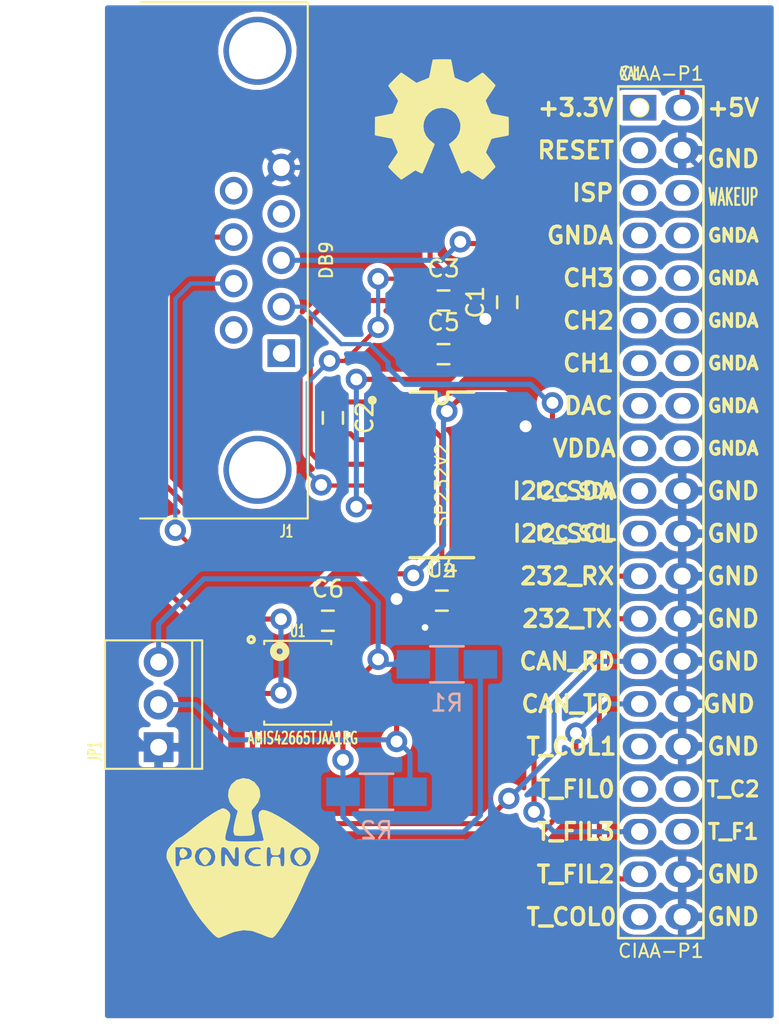
<source format=kicad_pcb>
(kicad_pcb (version 4) (host pcbnew 4.0.0-rc1-stable)
  (layers (0 F.Cu signal) (31 B.Cu signal) (34 B.Paste user) (35 F.Paste user) (36 B.SilkS user) (37 F.SilkS user) (38 B.Mask user) (39 F.Mask user) (44 Edge.Cuts user))
  (net 0 "")
  (net 1 GND)
  (net 2 +5V)
  (net 3 "Net-(C2-Pad1)")
  (net 4 "Net-(C2-Pad2)")
  (net 5 "Net-(C3-Pad1)")
  (net 6 "Net-(C3-Pad2)")
  (net 7 "Net-(C4-Pad2)")
  (net 8 "Net-(C5-Pad2)")
  (net 9 "Net-(C6-Pad1)")
  (net 10 "Net-(J1-Pad2)")
  (net 11 "Net-(J1-Pad3)")
  (net 12 "Net-(J1-Pad7)")
  (net 13 "Net-(J1-Pad8)")
  (net 14 "Net-(JP1-Pad2)")
  (net 15 "Net-(JP1-Pad3)")
  (net 16 "Net-(R1-Pad2)")
  (net 17 "/conector y can/CAN_TX")
  (net 18 "/conector y can/CAN_RX")
  (net 19 "/conector y can/RTS")
  (net 20 "/conector y can/CST")
  (net 21 "/conector y can/RXD")
  (net 22 "/conector y can/TXD")
  (module ej2:C_0603_HandSoldering (layer F.Cu) (at 152.1 99.4 90)
    (fp_text reference C1 (at 0 -1.9 90) (layer F.SilkS))
    (fp_text value 100nF)
    (pad 1 smd rect (at -0.95 0 90) (size 1.2 0.75) (layers F.Cu F.Paste F.Mask) (net 1 GND))
    (pad 2 smd rect (at 0.95 0 90) (size 1.2 0.75) (layers F.Cu F.Paste F.Mask) (net 2 +5V))
  )
  (module ej2:C_0603_HandSoldering (layer F.Cu) (at 141.7 106.3 270)
    (fp_text reference C2 (at 0 -1.9 270) (layer F.SilkS))
    (fp_text value 100nF)
    (pad 1 smd rect (at -0.95 0 270) (size 1.2 0.75) (layers F.Cu F.Paste F.Mask) (net 3 "Net-(C2-Pad1)"))
    (pad 2 smd rect (at 0.95 0 270) (size 1.2 0.75) (layers F.Cu F.Paste F.Mask) (net 4 "Net-(C2-Pad2)"))
  )
  (module ej2:C_0603_HandSoldering (layer F.Cu) (at 148.3 99.3)
    (fp_text reference C3 (at 0 -1.9) (layer F.SilkS))
    (fp_text value 100nF)
    (pad 1 smd rect (at -0.95 0) (size 1.2 0.75) (layers F.Cu F.Paste F.Mask) (net 5 "Net-(C3-Pad1)"))
    (pad 2 smd rect (at 0.95 0) (size 1.2 0.75) (layers F.Cu F.Paste F.Mask) (net 6 "Net-(C3-Pad2)"))
  )
  (module ej2:C_0603_HandSoldering (layer F.Cu) (at 148.2 117.2)
    (fp_text reference C4 (at 0 -1.9) (layer F.SilkS))
    (fp_text value 100nF)
    (pad 1 smd rect (at -0.95 0) (size 1.2 0.75) (layers F.Cu F.Paste F.Mask) (net 1 GND))
    (pad 2 smd rect (at 0.95 0) (size 1.2 0.75) (layers F.Cu F.Paste F.Mask) (net 7 "Net-(C4-Pad2)"))
  )
  (module ej2:C_0603_HandSoldering (layer F.Cu) (at 148.3 102.5)
    (fp_text reference C5 (at 0 -1.9) (layer F.SilkS))
    (fp_text value 100nF)
    (pad 1 smd rect (at -0.95 0) (size 1.2 0.75) (layers F.Cu F.Paste F.Mask) (net 1 GND))
    (pad 2 smd rect (at 0.95 0) (size 1.2 0.75) (layers F.Cu F.Paste F.Mask) (net 8 "Net-(C5-Pad2)"))
  )
  (module ej2:C_0603_HandSoldering (layer F.Cu) (at 141.4 118.4)
    (fp_text reference C6 (at 0 -1.9) (layer F.SilkS))
    (fp_text value 100nF)
    (pad 1 smd rect (at -0.95 0) (size 1.2 0.75) (layers F.Cu F.Paste F.Mask) (net 9 "Net-(C6-Pad1)"))
    (pad 2 smd rect (at 0.95 0) (size 1.2 0.75) (layers F.Cu F.Paste F.Mask) (net 1 GND))
  )
  (module ej2:DB9_F_TH (layer F.Cu) (at 137.2 96.9 90)
    (fp_text reference J1 (at -16.165 1.735 180) (layer F.SilkS) (effects (font (size 0.7112 0.4572) (thickness 0.1143))))
    (fp_text value DB9 (at 0 4.1 90) (layer F.SilkS) (effects (font (size 0.762 0.762) (thickness 0.127))))
    (pad 1 thru_hole rect (at -5.5372 1.4224 90) (size 1.651 1.651) (drill 1.016) (layers *.Cu *.Mask))
    (pad 2 thru_hole circle (at -2.7686 1.4224 90) (size 1.651 1.651) (drill 1.016) (layers *.Cu *.Mask) (net 10 "Net-(J1-Pad2)"))
    (pad 3 thru_hole circle (at 0 1.4224 90) (size 1.651 1.651) (drill 1.016) (layers *.Cu *.Mask) (net 11 "Net-(J1-Pad3)"))
    (pad 4 thru_hole circle (at 2.7686 1.4224 90) (size 1.651 1.651) (drill 1.016) (layers *.Cu *.Mask))
    (pad 5 thru_hole circle (at 5.5372 1.4224 90) (size 1.651 1.651) (drill 1.016) (layers *.Cu *.Mask) (net 1 GND))
    (pad 6 thru_hole circle (at -4.1529 -1.4224 90) (size 1.651 1.651) (drill 1.016) (layers *.Cu *.Mask))
    (pad 7 thru_hole circle (at -1.3843 -1.4224 90) (size 1.651 1.651) (drill 1.016) (layers *.Cu *.Mask) (net 12 "Net-(J1-Pad7)"))
    (pad 8 thru_hole circle (at 1.3843 -1.4224 90) (size 1.651 1.651) (drill 1.016) (layers *.Cu *.Mask) (net 13 "Net-(J1-Pad8)"))
    (pad 9 thru_hole circle (at 4.1529 -1.4224 90) (size 1.651 1.651) (drill 1.016) (layers *.Cu *.Mask))
    (pad 10 thru_hole circle (at -12.4968 0 90) (size 4.064 4.064) (drill 3.4) (layers *.Cu *.Mask))
    (pad 11 thru_hole circle (at 12.4968 0 90) (size 4.064 4.064) (drill 3.4) (layers *.Cu *.Mask))
  )
  (module ej2:CON_PALETA_3 (layer F.Cu) (at 131.3 123.4 90)
    (fp_text reference JP1 (at -2.8 -3.8 90) (layer F.SilkS) (effects (font (size 0.762 0.4572) (thickness 0.127))))
    (fp_text value CAN)
    (pad 1 thru_hole rect (at -2.54 0 90) (size 1.778 1.778) (drill 1) (layers *.Cu *.Mask) (net 1 GND))
    (pad 2 thru_hole circle (at 0 0 90) (size 1.778 1.778) (drill 1) (layers *.Cu *.Mask) (net 14 "Net-(JP1-Pad2)"))
    (pad 3 thru_hole circle (at 2.54 0 90) (size 1.778 1.778) (drill 1) (layers *.Cu *.Mask) (net 15 "Net-(JP1-Pad3)"))
  )
  (module ej2:R_1206_HandSoldering (layer B.Cu) (at 148.5 121)
    (fp_text reference R1 (at 0 2.3) (layer B.SilkS) (effects (justify mirror)))
    (fp_text value 60)
    (pad 1 smd rect (at -2 0) (size 2 1.7) (layers B.Cu B.Paste B.Mask) (net 15 "Net-(JP1-Pad3)"))
    (pad 2 smd rect (at 2 0) (size 2 1.7) (layers B.Cu B.Paste B.Mask) (net 16 "Net-(R1-Pad2)"))
  )
  (module ej2:R_1206_HandSoldering (layer B.Cu) (at 144.3 128.6)
    (fp_text reference R2 (at 0 2.3) (layer B.SilkS) (effects (justify mirror)))
    (fp_text value 60)
    (pad 1 smd rect (at -2 0) (size 2 1.7) (layers B.Cu B.Paste B.Mask) (net 16 "Net-(R1-Pad2)"))
    (pad 2 smd rect (at 2 0) (size 2 1.7) (layers B.Cu B.Paste B.Mask) (net 14 "Net-(JP1-Pad2)"))
  )
  (module ej2:SOIC-8 (layer F.Cu) (at 139.6 122.1)
    (fp_text reference U1 (at 0 -3.1) (layer F.SilkS) (effects (font (size 0.7112 0.4572) (thickness 0.1143))))
    (fp_text value AMIS42665TJAA1RG (at 0.3 3.3) (layer F.SilkS) (effects (font (size 0.7112 0.4572) (thickness 0.1143))))
    (pad 1 smd rect (at -2.7 -1.905 270) (size 0.6 1.52) (layers F.Cu F.Paste F.Mask) (net 17 "/conector y can/CAN_TX"))
    (pad 2 smd rect (at -2.7 -0.635 270) (size 0.6 1.52) (layers F.Cu F.Paste F.Mask) (net 1 GND))
    (pad 3 smd rect (at -2.7 0.635 270) (size 0.6 1.52) (layers F.Cu F.Paste F.Mask) (net 2 +5V))
    (pad 4 smd rect (at -2.7 1.905 270) (size 0.6 1.52) (layers F.Cu F.Paste F.Mask) (net 18 "/conector y can/CAN_RX"))
    (pad 5 smd rect (at 2.7 1.905 270) (size 0.6 1.52) (layers F.Cu F.Paste F.Mask) (net 16 "Net-(R1-Pad2)"))
    (pad 6 smd rect (at 2.7 0.635 270) (size 0.6 1.52) (layers F.Cu F.Paste F.Mask) (net 14 "Net-(JP1-Pad2)"))
    (pad 7 smd rect (at 2.7 -0.635 270) (size 0.6 1.52) (layers F.Cu F.Paste F.Mask) (net 15 "Net-(JP1-Pad3)"))
    (pad 8 smd rect (at 2.7 -1.905 270) (size 0.6 1.52) (layers F.Cu F.Paste F.Mask) (net 1 GND))
  )
  (module ej2:SP3232ECN-SOIC16N (layer F.Cu) (at 148.2 109.7 270)
    (fp_text reference U2 (at 5.715 0 360) (layer F.SilkS) (effects (font (size 0.762 0.762) (thickness 0.1143))))
    (fp_text value SP232V2 (at 0.635 0 270) (layer F.SilkS) (effects (font (size 0.762 0.762) (thickness 0.1143))))
    (pad 1 smd rect (at -4.445 2.59842 270) (size 0.59944 2.19964) (layers F.Cu F.Paste F.Mask) (net 3 "Net-(C2-Pad1)"))
    (pad 2 smd rect (at -3.175 2.59842 270) (size 0.59944 2.19964) (layers F.Cu F.Paste F.Mask) (net 7 "Net-(C4-Pad2)"))
    (pad 3 smd rect (at -1.905 2.59842 270) (size 0.59944 2.19964) (layers F.Cu F.Paste F.Mask) (net 4 "Net-(C2-Pad2)"))
    (pad 4 smd rect (at -0.635 2.59842 270) (size 0.59944 2.19964) (layers F.Cu F.Paste F.Mask) (net 5 "Net-(C3-Pad1)"))
    (pad 5 smd rect (at 0.635 2.59842 270) (size 0.59944 2.19964) (layers F.Cu F.Paste F.Mask) (net 6 "Net-(C3-Pad2)"))
    (pad 6 smd rect (at 1.905 2.59842 270) (size 0.59944 2.19964) (layers F.Cu F.Paste F.Mask) (net 8 "Net-(C5-Pad2)"))
    (pad 7 smd rect (at 3.175 2.59842 270) (size 0.59944 2.19964) (layers F.Cu F.Paste F.Mask) (net 13 "Net-(J1-Pad8)"))
    (pad 8 smd rect (at 4.445 2.59842 270) (size 0.59944 2.19964) (layers F.Cu F.Paste F.Mask) (net 12 "Net-(J1-Pad7)"))
    (pad 9 smd rect (at 4.445 -2.59842 270) (size 0.59944 2.19964) (layers F.Cu F.Paste F.Mask) (net 19 "/conector y can/RTS"))
    (pad 10 smd rect (at 3.175 -2.59842 270) (size 0.59944 2.19964) (layers F.Cu F.Paste F.Mask) (net 20 "/conector y can/CST"))
    (pad 11 smd rect (at 1.905 -2.59842 270) (size 0.59944 2.19964) (layers F.Cu F.Paste F.Mask) (net 21 "/conector y can/RXD"))
    (pad 12 smd rect (at 0.635 -2.59842 270) (size 0.59944 2.19964) (layers F.Cu F.Paste F.Mask) (net 22 "/conector y can/TXD"))
    (pad 13 smd rect (at -0.635 -2.59842 270) (size 0.59944 2.19964) (layers F.Cu F.Paste F.Mask) (net 11 "Net-(J1-Pad3)"))
    (pad 14 smd rect (at -1.905 -2.59842 270) (size 0.59944 2.19964) (layers F.Cu F.Paste F.Mask) (net 10 "Net-(J1-Pad2)"))
    (pad 15 smd rect (at -3.175 -2.59842 270) (size 0.59944 2.19964) (layers F.Cu F.Paste F.Mask) (net 1 GND))
    (pad 16 smd rect (at -4.445 -2.59842 270) (size 0.59944 2.19964) (layers F.Cu F.Paste F.Mask) (net 9 "Net-(C6-Pad1)"))
  )
  (module ej2:Conn_Poncho_Derecha (layer F.Cu) (at 160 87.8)
    (fp_text reference XA1 (at -0.508 -2.032) (layer F.SilkS) (effects (font (size 0.7112 0.4572) (thickness 0.1143))))
    (fp_text value "" hide)
    (fp_text user GND (at 5.588 48.26) (layer F.SilkS) (effects (font (thickness 0.2))))
    (fp_text user GND (at 5.588 45.72) (layer F.SilkS) (effects (font (thickness 0.2))))
    (fp_text user T_F1 (at 5.588 43.18) (layer F.SilkS) (effects (font (size 0.9 0.9) (thickness 0.18))))
    (fp_text user T_C2 (at 5.588 40.64) (layer F.SilkS) (effects (font (size 0.9 0.9) (thickness 0.18))))
    (fp_text user GND (at 5.588 38.1) (layer F.SilkS) (effects (font (thickness 0.2))))
    (fp_text user GND (at 5.334 35.56) (layer F.SilkS) (effects (font (thickness 0.2))))
    (fp_text user GND (at 5.588 33.02) (layer F.SilkS) (effects (font (thickness 0.2))))
    (fp_text user GND (at 5.588 30.48) (layer F.SilkS) (effects (font (thickness 0.2))))
    (fp_text user GND (at 5.588 27.94) (layer F.SilkS) (effects (font (thickness 0.2))))
    (fp_text user GND (at 5.588 25.4) (layer F.SilkS) (effects (font (thickness 0.2))))
    (fp_text user GND (at 5.588 22.86) (layer F.SilkS) (effects (font (thickness 0.2))))
    (fp_text user GNDA (at 5.588 20.32) (layer F.SilkS) (effects (font (size 0.76 0.76) (thickness 0.19))))
    (fp_text user GNDA (at 5.588 17.78) (layer F.SilkS) (effects (font (size 0.76 0.76) (thickness 0.19))))
    (fp_text user GNDA (at 5.588 15.24) (layer F.SilkS) (effects (font (size 0.76 0.76) (thickness 0.19))))
    (fp_text user GNDA (at 5.588 12.7) (layer F.SilkS) (effects (font (size 0.76 0.76) (thickness 0.19))))
    (fp_text user GNDA (at 5.588 10.16) (layer F.SilkS) (effects (font (size 0.76 0.76) (thickness 0.19))))
    (fp_text user GNDA (at 5.588 7.62) (layer F.SilkS) (effects (font (size 0.76 0.76) (thickness 0.19))))
    (fp_text user WAKEUP (at 5.588 5.334) (layer F.SilkS) (effects (font (size 1 0.5) (thickness 0.125))))
    (fp_text user GND (at 5.588 3.048) (layer F.SilkS) (effects (font (thickness 0.2))))
    (fp_text user +5V (at 5.588 0) (layer F.SilkS) (effects (font (thickness 0.2))))
    (fp_text user T_COL0 (at -4.064 48.26) (layer F.SilkS) (effects (font (thickness 0.2))))
    (fp_text user T_FIL2 (at -3.81 45.72) (layer F.SilkS) (effects (font (thickness 0.2))))
    (fp_text user T_FIL3 (at -3.81 43.18) (layer F.SilkS) (effects (font (thickness 0.2))))
    (fp_text user T_FIL0 (at -3.81 40.64) (layer F.SilkS) (effects (font (thickness 0.2))))
    (fp_text user T_COL1 (at -4.064 38.1) (layer F.SilkS) (effects (font (thickness 0.2))))
    (fp_text user CAN_TD (at -4.318 35.56) (layer F.SilkS) (effects (font (thickness 0.2))))
    (fp_text user CAN_RD (at -4.318 33.02) (layer F.SilkS) (effects (font (thickness 0.2))))
    (fp_text user 232_TX (at -4.318 30.48) (layer F.SilkS) (effects (font (thickness 0.2))))
    (fp_text user 232_RX (at -4.318 27.94) (layer F.SilkS) (effects (font (thickness 0.2))))
    (fp_text user I2C_SCL (at -3.81 25.4) (layer F.SilkS) (effects (font (size 0.8 0.8) (thickness 0.2))))
    (fp_text user I2C_SDA (at -3.81 22.86) (layer F.SilkS) (effects (font (size 0.8 0.8) (thickness 0.2))))
    (fp_text user VDDA (at -3.302 20.32) (layer F.SilkS) (effects (font (thickness 0.2))))
    (fp_text user DAC (at -3.048 17.78) (layer F.SilkS) (effects (font (thickness 0.2))))
    (fp_text user CH1 (at -3.048 15.24) (layer F.SilkS) (effects (font (thickness 0.2))))
    (fp_text user CH2 (at -3.048 12.7) (layer F.SilkS) (effects (font (thickness 0.2))))
    (fp_text user CH3 (at -3.048 10.16) (layer F.SilkS) (effects (font (thickness 0.2))))
    (fp_text user GNDA (at -3.556 7.62) (layer F.SilkS) (effects (font (thickness 0.2))))
    (fp_text user ISP (at -2.794 5.08) (layer F.SilkS) (effects (font (thickness 0.2))))
    (fp_text user RESET (at -3.81 2.54) (layer F.SilkS) (effects (font (thickness 0.2))))
    (fp_text user CIAA-P1 (at 1.27 50.292) (layer F.SilkS) (effects (font (size 0.8 0.8) (thickness 0.12))))
    (fp_text user +3.3V (at -3.81 0) (layer F.SilkS) (effects (font (thickness 0.2))))
    (pad 1 thru_hole rect (at 0 0 270) (size 1.524 2) (drill 1.016) (layers *.Cu *.Mask))
    (pad 2 thru_hole oval (at 2.54 0 270) (size 1.524 2) (drill 1.016) (layers *.Cu *.Mask) (net 2 +5V))
    (pad 11 thru_hole oval (at 0 12.7 270) (size 1.524 2) (drill 1.016) (layers *.Cu *.Mask))
    (pad 4 thru_hole oval (at 2.54 2.54 270) (size 1.524 2) (drill 1.016) (layers *.Cu *.Mask) (net 1 GND))
    (pad 13 thru_hole oval (at 0 15.24 270) (size 1.524 2) (drill 1.016) (layers *.Cu *.Mask))
    (pad 6 thru_hole oval (at 2.54 5.08 270) (size 1.524 2) (drill 1.016) (layers *.Cu *.Mask))
    (pad 15 thru_hole oval (at 0 17.78 270) (size 1.524 2) (drill 1.016) (layers *.Cu *.Mask))
    (pad 8 thru_hole oval (at 2.54 7.62 270) (size 1.524 2) (drill 1.016) (layers *.Cu *.Mask))
    (pad 17 thru_hole oval (at 0 20.32 270) (size 1.524 2) (drill 1.016) (layers *.Cu *.Mask))
    (pad 10 thru_hole oval (at 2.54 10.16 270) (size 1.524 2) (drill 1.016) (layers *.Cu *.Mask))
    (pad 19 thru_hole oval (at 0 22.86 270) (size 1.524 2) (drill 1.016) (layers *.Cu *.Mask))
    (pad 12 thru_hole oval (at 2.54 12.7 270) (size 1.524 2) (drill 1.016) (layers *.Cu *.Mask))
    (pad 21 thru_hole oval (at 0 25.4 270) (size 1.524 2) (drill 1.016) (layers *.Cu *.Mask))
    (pad 14 thru_hole oval (at 2.54 15.24 270) (size 1.524 2) (drill 1.016) (layers *.Cu *.Mask))
    (pad 23 thru_hole oval (at 0 27.94 270) (size 1.524 2) (drill 1.016) (layers *.Cu *.Mask) (net 22 "/conector y can/TXD"))
    (pad 16 thru_hole oval (at 2.54 17.78 270) (size 1.524 2) (drill 1.016) (layers *.Cu *.Mask))
    (pad 25 thru_hole oval (at 0 30.48 270) (size 1.524 2) (drill 1.016) (layers *.Cu *.Mask) (net 21 "/conector y can/RXD"))
    (pad 18 thru_hole oval (at 2.54 20.32 270) (size 1.524 2) (drill 1.016) (layers *.Cu *.Mask))
    (pad 27 thru_hole oval (at 0 33.02 270) (size 1.524 2) (drill 1.016) (layers *.Cu *.Mask) (net 18 "/conector y can/CAN_RX"))
    (pad 20 thru_hole oval (at 2.54 22.86 270) (size 1.524 2) (drill 1.016) (layers *.Cu *.Mask) (net 1 GND))
    (pad 29 thru_hole oval (at 0 35.56 270) (size 1.524 2) (drill 1.016) (layers *.Cu *.Mask) (net 17 "/conector y can/CAN_TX"))
    (pad 22 thru_hole oval (at 2.54 25.4 270) (size 1.524 2) (drill 1.016) (layers *.Cu *.Mask) (net 1 GND))
    (pad 31 thru_hole oval (at 0 38.1 270) (size 1.524 2) (drill 1.016) (layers *.Cu *.Mask))
    (pad 24 thru_hole oval (at 2.54 27.94 270) (size 1.524 2) (drill 1.016) (layers *.Cu *.Mask) (net 1 GND))
    (pad 26 thru_hole oval (at 2.54 30.48 270) (size 1.524 2) (drill 1.016) (layers *.Cu *.Mask) (net 1 GND))
    (pad 33 thru_hole oval (at 0 40.64 270) (size 1.524 2) (drill 1.016) (layers *.Cu *.Mask))
    (pad 28 thru_hole oval (at 2.54 33.02 270) (size 1.524 2) (drill 1.016) (layers *.Cu *.Mask) (net 1 GND))
    (pad 32 thru_hole oval (at 2.54 38.1 270) (size 1.524 2) (drill 1.016) (layers *.Cu *.Mask) (net 1 GND))
    (pad 34 thru_hole oval (at 2.54 40.64 270) (size 1.524 2) (drill 1.016) (layers *.Cu *.Mask))
    (pad 36 thru_hole oval (at 2.54 43.18 270) (size 1.524 2) (drill 1.016) (layers *.Cu *.Mask))
    (pad 38 thru_hole oval (at 2.54 45.72 270) (size 1.524 2) (drill 1.016) (layers *.Cu *.Mask) (net 1 GND))
    (pad 35 thru_hole oval (at 0 43.18 270) (size 1.524 2) (drill 1.016) (layers *.Cu *.Mask) (net 19 "/conector y can/RTS"))
    (pad 37 thru_hole oval (at 0 45.72 270) (size 1.524 2) (drill 1.016) (layers *.Cu *.Mask) (net 20 "/conector y can/CST"))
    (pad 3 thru_hole oval (at 0 2.54 270) (size 1.524 2) (drill 1.016) (layers *.Cu *.Mask))
    (pad 5 thru_hole oval (at 0 5.08 270) (size 1.524 2) (drill 1.016) (layers *.Cu *.Mask))
    (pad 7 thru_hole oval (at 0 7.62 270) (size 1.524 2) (drill 1.016) (layers *.Cu *.Mask))
    (pad 9 thru_hole oval (at 0 10.16 270) (size 1.524 2) (drill 1.016) (layers *.Cu *.Mask))
    (pad 39 thru_hole oval (at 0 48.26 270) (size 1.524 2) (drill 1.016) (layers *.Cu *.Mask))
    (pad 40 thru_hole oval (at 2.54 48.26 270) (size 1.524 2) (drill 1.016) (layers *.Cu *.Mask) (net 1 GND))
    (pad 30 thru_hole oval (at 2.54 35.56 270) (size 1.524 2) (drill 1.016) (layers *.Cu *.Mask) (net 1 GND))
  )
  (module ej2:Plantilla_Poncho_Derecha (layer F.Cu) (at 160 87.8)
    (fp_text reference XA? hide)
    (fp_text value "" hide)
    (fp_text user GND (at 5.588 48.26) (layer F.SilkS) (effects (font (thickness 0.2))))
    (fp_text user GND (at 5.588 45.72) (layer F.SilkS) (effects (font (thickness 0.2))))
    (fp_text user T_F1 (at 5.588 43.18) (layer F.SilkS) (effects (font (size 0.9 0.9) (thickness 0.18))))
    (fp_text user T_C2 (at 5.588 40.64) (layer F.SilkS) (effects (font (size 0.9 0.9) (thickness 0.18))))
    (fp_text user GND (at 5.588 38.1) (layer F.SilkS) (effects (font (thickness 0.2))))
    (fp_text user GND (at 5.334 35.56) (layer F.SilkS) (effects (font (thickness 0.2))))
    (fp_text user GND (at 5.588 33.02) (layer F.SilkS) (effects (font (thickness 0.2))))
    (fp_text user GND (at 5.588 30.48) (layer F.SilkS) (effects (font (thickness 0.2))))
    (fp_text user GND (at 5.588 27.94) (layer F.SilkS) (effects (font (thickness 0.2))))
    (fp_text user GND (at 5.588 25.4) (layer F.SilkS) (effects (font (thickness 0.2))))
    (fp_text user GND (at 5.588 22.86) (layer F.SilkS) (effects (font (thickness 0.2))))
    (fp_text user GNDA (at 5.588 20.32) (layer F.SilkS) (effects (font (size 0.76 0.76) (thickness 0.19))))
    (fp_text user GNDA (at 5.588 17.78) (layer F.SilkS) (effects (font (size 0.76 0.76) (thickness 0.19))))
    (fp_text user GNDA (at 5.588 15.24) (layer F.SilkS) (effects (font (size 0.76 0.76) (thickness 0.19))))
    (fp_text user GNDA (at 5.588 12.7) (layer F.SilkS) (effects (font (size 0.76 0.76) (thickness 0.19))))
    (fp_text user GNDA (at 5.588 10.16) (layer F.SilkS) (effects (font (size 0.76 0.76) (thickness 0.19))))
    (fp_text user GNDA (at 5.588 7.62) (layer F.SilkS) (effects (font (size 0.76 0.76) (thickness 0.19))))
    (fp_text user WAKEUP (at 5.588 5.334) (layer F.SilkS) (effects (font (size 1 0.5) (thickness 0.125))))
    (fp_text user GND (at 5.588 3.048) (layer F.SilkS) (effects (font (thickness 0.2))))
    (fp_text user +5V (at 5.588 0) (layer F.SilkS) (effects (font (thickness 0.2))))
    (fp_text user T_COL0 (at -4.064 48.26) (layer F.SilkS) (effects (font (thickness 0.2))))
    (fp_text user T_FIL2 (at -3.81 45.72) (layer F.SilkS) (effects (font (thickness 0.2))))
    (fp_text user T_FIL3 (at -3.81 43.18) (layer F.SilkS) (effects (font (thickness 0.2))))
    (fp_text user T_FIL0 (at -3.81 40.64) (layer F.SilkS) (effects (font (thickness 0.2))))
    (fp_text user T_COL1 (at -4.064 38.1) (layer F.SilkS) (effects (font (thickness 0.2))))
    (fp_text user CAN_TD (at -4.318 35.56) (layer F.SilkS) (effects (font (thickness 0.2))))
    (fp_text user CAN_RD (at -4.318 33.02) (layer F.SilkS) (effects (font (thickness 0.2))))
    (fp_text user 232_TX (at -4.318 30.48) (layer F.SilkS) (effects (font (thickness 0.2))))
    (fp_text user 232_RX (at -4.318 27.94) (layer F.SilkS) (effects (font (thickness 0.2))))
    (fp_text user I2C_SCL (at -4.572 25.4) (layer F.SilkS) (effects (font (thickness 0.2))))
    (fp_text user I2C_SDA (at -4.572 22.86) (layer F.SilkS) (effects (font (thickness 0.2))))
    (fp_text user VDDA (at -3.302 20.32) (layer F.SilkS) (effects (font (thickness 0.2))))
    (fp_text user DAC (at -3.048 17.78) (layer F.SilkS) (effects (font (thickness 0.2))))
    (fp_text user CH1 (at -3.048 15.24) (layer F.SilkS) (effects (font (thickness 0.2))))
    (fp_text user CH2 (at -3.048 12.7) (layer F.SilkS) (effects (font (thickness 0.2))))
    (fp_text user CH3 (at -3.048 10.16) (layer F.SilkS) (effects (font (thickness 0.2))))
    (fp_text user GNDA (at -3.556 7.62) (layer F.SilkS) (effects (font (thickness 0.2))))
    (fp_text user ISP (at -2.794 5.08) (layer F.SilkS) (effects (font (thickness 0.2))))
    (fp_text user RESET (at -3.81 2.54) (layer F.SilkS) (effects (font (thickness 0.2))))
    (fp_text user CIAA-P1 (at 1.27 -2.032) (layer F.SilkS) (effects (font (size 0.8 0.8) (thickness 0.12))))
    (fp_text user +3.3V (at -3.81 0) (layer F.SilkS) (effects (font (thickness 0.2))))
  )
  (module ej2:Logo_Poncho (layer F.Cu) (at 136.3 132.6)
    (fp_text reference "" hide)
    (fp_text value "INDUSTRIA ARGENTINA" hide)
  )
  (module ej2:Logo_OSHWA (layer F.Cu) (at 148.2 88.5)
    (fp_text reference G101 hide)
    (fp_text value Logo_OSHWA hide)
  )
  (segment (start 143.3 86.6) (end 143.3 85.7) (width 0.3048) (layer B.Cu) (net 1))
  (segment (start 163.6 84.1) (end 165.9 86.4) (width 0.3048) (layer B.Cu) (net 1))
  (segment (start 144.9 84.1) (end 163.6 84.1) (width 0.3048) (layer B.Cu) (net 1))
  (segment (start 143.3 85.7) (end 144.9 84.1) (width 0.3048) (layer B.Cu) (net 1))
  (segment (start 162.54 133.52) (end 164.270398 133.52) (width 0.3048) (layer B.Cu) (net 1))
  (segment (start 164.3 125.9) (end 162.54 125.9) (width 0.3048) (layer B.Cu) (net 1))
  (segment (start 165 126.6) (end 164.3 125.9) (width 0.3048) (layer B.Cu) (net 1))
  (segment (start 165 132.790398) (end 165 126.6) (width 0.3048) (layer B.Cu) (net 1))
  (segment (start 164.270398 133.52) (end 165 132.790398) (width 0.3048) (layer B.Cu) (net 1))
  (via (at 153.2 106.8) (size 1.27) (drill 0.7112) (layers F.Cu B.Cu) (net 1))
  (segment (start 147.25 117.2) (end 147.25 118.75) (width 0.3048) (layer F.Cu) (net 1))
  (segment (start 147.2 118.8) (end 147.25 118.75) (width 0.3048) (layer F.Cu) (net 1))
  (via (at 147.2 118.8) (size 0.6) (drill 0.4) (layers F.Cu B.Cu) (net 1))
  (segment (start 151.3 118.8) (end 147.2 118.8) (width 0.3048) (layer B.Cu) (net 1))
  (segment (start 153.1 117) (end 151.3 118.8) (width 0.3048) (layer B.Cu) (net 1))
  (segment (start 153.1 106.9) (end 153.1 117) (width 0.3048) (layer B.Cu) (net 1))
  (segment (start 153.1 106.9) (end 153.2 106.8) (width 0.3048) (layer B.Cu) (net 1))
  (segment (start 142.35 118.4) (end 142.35 120.145) (width 0.3048) (layer F.Cu) (net 1))
  (segment (start 142.35 120.145) (end 142.3 120.195) (width 0.3048) (layer F.Cu) (net 1))
  (segment (start 162.54 90.34) (end 164.06 90.34) (width 0.3048) (layer B.Cu) (net 1))
  (segment (start 164.06 90.34) (end 165.9 88.5) (width 0.3048) (layer B.Cu) (net 1))
  (segment (start 165.9 88.5) (end 165.9 86.4) (width 0.3048) (layer B.Cu) (net 1))
  (segment (start 143.3 86.6) (end 143.3 91.3628) (width 0.3048) (layer B.Cu) (net 1))
  (segment (start 162.54 110.66) (end 164.54 110.66) (width 0.3048) (layer B.Cu) (net 1))
  (segment (start 165.4 93.2) (end 162.54 90.34) (width 0.3048) (layer B.Cu) (net 1))
  (segment (start 165.4 109.8) (end 165.4 93.2) (width 0.3048) (layer B.Cu) (net 1))
  (segment (start 164.54 110.66) (end 165.4 109.8) (width 0.3048) (layer B.Cu) (net 1))
  (segment (start 150.8 100.4) (end 150.8 102.4) (width 0.3048) (layer F.Cu) (net 1))
  (segment (start 150.8 102.4) (end 151.4 103) (width 0.3048) (layer F.Cu) (net 1))
  (segment (start 151.4 103) (end 152.5 103) (width 0.3048) (layer F.Cu) (net 1))
  (segment (start 152.5 103) (end 153.7 104.2) (width 0.3048) (layer F.Cu) (net 1))
  (segment (start 153.7 104.2) (end 153.7 106.3) (width 0.3048) (layer F.Cu) (net 1))
  (segment (start 153.7 106.3) (end 153.2 106.8) (width 0.3048) (layer F.Cu) (net 1))
  (segment (start 153.2 106.8) (end 151 106.8) (width 0.3048) (layer F.Cu) (net 1))
  (segment (start 151 106.8) (end 150.79842 106.525) (width 0.3048) (layer F.Cu) (net 1))
  (segment (start 138.6224 91.3628) (end 143.3 91.3628) (width 0.3048) (layer B.Cu) (net 1))
  (segment (start 143.3 91.3628) (end 143.3628 91.3628) (width 0.3048) (layer B.Cu) (net 1))
  (segment (start 143.3628 91.3628) (end 146.4 94.4) (width 0.3048) (layer B.Cu) (net 1))
  (segment (start 146.4 94.4) (end 149.5 94.4) (width 0.3048) (layer B.Cu) (net 1))
  (segment (start 149.5 94.4) (end 150.8 95.7) (width 0.3048) (layer B.Cu) (net 1))
  (segment (start 150.8 95.7) (end 150.8 100.4) (width 0.3048) (layer B.Cu) (net 1))
  (via (at 150.8 100.4) (size 1.27) (drill 0.7112) (layers F.Cu B.Cu) (net 1))
  (segment (start 150.8 100.4) (end 150.8 100.35) (width 0.3048) (layer F.Cu) (net 1))
  (segment (start 150.8 100.35) (end 150.8 100.4) (width 0.3048) (layer F.Cu) (net 1))
  (segment (start 150.8 100.4) (end 150.8 100.35) (width 0.3048) (layer F.Cu) (net 1))
  (segment (start 147.35 102.5) (end 147.35 101.25) (width 0.3048) (layer F.Cu) (net 1))
  (segment (start 148.25 100.35) (end 150.8 100.35) (width 0.3048) (layer F.Cu) (net 1))
  (segment (start 150.8 100.35) (end 152.1 100.35) (width 0.3048) (layer F.Cu) (net 1))
  (segment (start 147.35 101.25) (end 148.25 100.35) (width 0.3048) (layer F.Cu) (net 1))
  (segment (start 136.9 121.465) (end 139.235 121.465) (width 0.3048) (layer F.Cu) (net 1))
  (segment (start 140.3 120.4) (end 142.095 120.4) (width 0.3048) (layer F.Cu) (net 1))
  (segment (start 139.235 121.465) (end 140.3 120.4) (width 0.3048) (layer F.Cu) (net 1))
  (segment (start 142.095 120.4) (end 142.3 120.195) (width 0.3048) (layer F.Cu) (net 1))
  (segment (start 145.5 117.1) (end 145 117.6) (width 0.3048) (layer F.Cu) (net 1))
  (segment (start 144.3 118.3) (end 142.45 118.3) (width 0.3048) (layer F.Cu) (net 1))
  (segment (start 145 117.6) (end 144.3 118.3) (width 0.3048) (layer F.Cu) (net 1))
  (segment (start 142.45 118.3) (end 142.35 118.4) (width 0.3048) (layer F.Cu) (net 1))
  (segment (start 131.3 125.94) (end 130.54 125.94) (width 0.3048) (layer B.Cu) (net 1))
  (segment (start 130.54 125.94) (end 129.1 124.5) (width 0.3048) (layer B.Cu) (net 1))
  (segment (start 129.1 124.5) (end 129.1 118.4) (width 0.3048) (layer B.Cu) (net 1))
  (segment (start 129.1 118.4) (end 132.7 114.8) (width 0.3048) (layer B.Cu) (net 1))
  (segment (start 132.7 114.8) (end 143.3 114.8) (width 0.3048) (layer B.Cu) (net 1))
  (segment (start 143.3 114.8) (end 145.5 117.1) (width 0.3048) (layer B.Cu) (net 1))
  (via (at 145.5 117.1) (size 1.27) (drill 0.7112) (layers F.Cu B.Cu) (net 1))
  (segment (start 145.5 117.1) (end 145.7 117.2) (width 0.3048) (layer F.Cu) (net 1))
  (segment (start 145.7 117.2) (end 147.25 117.2) (width 0.3048) (layer F.Cu) (net 1))
  (segment (start 147.245 117.195) (end 147.25 117.2) (width 0.25) (layer F.Cu) (net 1))
  (segment (start 162.54 133.52) (end 162.54 136.06) (width 0.3048) (layer B.Cu) (net 1))
  (segment (start 162.54 110.66) (end 162.54 125.9) (width 0.3048) (layer B.Cu) (net 1))
  (segment (start 147.5 91.8) (end 147.5 90) (width 0.3048) (layer F.Cu) (net 2))
  (segment (start 147.5 90) (end 148.6 88.9) (width 0.3048) (layer F.Cu) (net 2))
  (segment (start 144.8 88.9) (end 148.6 88.9) (width 0.3048) (layer F.Cu) (net 2))
  (segment (start 148.6 88.9) (end 153.2 88.9) (width 0.3048) (layer F.Cu) (net 2))
  (segment (start 153.2 88.9) (end 153.5 88.6) (width 0.3048) (layer F.Cu) (net 2))
  (segment (start 153.3 88.8) (end 153.5 88.6) (width 0.3048) (layer F.Cu) (net 2))
  (segment (start 162.54 86.14) (end 162.54 87.8) (width 0.3048) (layer F.Cu) (net 2))
  (segment (start 161.4 85) (end 162.54 86.14) (width 0.3048) (layer F.Cu) (net 2))
  (segment (start 157.1 85) (end 161.4 85) (width 0.3048) (layer F.Cu) (net 2))
  (segment (start 153.5 88.6) (end 157.1 85) (width 0.3048) (layer F.Cu) (net 2))
  (segment (start 141.4 88.9) (end 144.8 88.9) (width 0.3048) (layer F.Cu) (net 2))
  (segment (start 144.8 88.9) (end 144.9 88.9) (width 0.3048) (layer F.Cu) (net 2))
  (segment (start 149.15 98.45) (end 152.1 98.45) (width 0.3048) (layer F.Cu) (net 2))
  (segment (start 147.5 96.8) (end 149.15 98.45) (width 0.3048) (layer F.Cu) (net 2))
  (segment (start 147.5 91.5) (end 147.5 91.8) (width 0.3048) (layer F.Cu) (net 2))
  (segment (start 147.5 91.8) (end 147.5 96.8) (width 0.3048) (layer F.Cu) (net 2))
  (segment (start 138.6 118.3) (end 138.6 122.7) (width 0.3048) (layer B.Cu) (net 2))
  (via (at 138.6 122.7) (size 1.27) (drill 0.7112) (layers F.Cu B.Cu) (net 2))
  (segment (start 138.6 122.7) (end 138.565 122.735) (width 0.3048) (layer F.Cu) (net 2))
  (segment (start 138.565 122.735) (end 136.9 122.735) (width 0.3048) (layer F.Cu) (net 2))
  (via (at 138.6 118.3) (size 1.27) (drill 0.7112) (layers F.Cu B.Cu) (net 2))
  (segment (start 133.5 118.3) (end 138.6 118.3) (width 0.3048) (layer F.Cu) (net 2))
  (segment (start 129.4 114.2) (end 133.5 118.3) (width 0.3048) (layer F.Cu) (net 2))
  (segment (start 129.4 94.6) (end 129.4 114.2) (width 0.3048) (layer F.Cu) (net 2))
  (segment (start 135.1 88.9) (end 129.4 94.6) (width 0.3048) (layer F.Cu) (net 2))
  (segment (start 141.5 88.9) (end 141.4 88.9) (width 0.3048) (layer F.Cu) (net 2))
  (segment (start 141.4 88.9) (end 135.1 88.9) (width 0.3048) (layer F.Cu) (net 2))
  (segment (start 141.7 105.35) (end 145.50658 105.35) (width 0.3048) (layer F.Cu) (net 3))
  (segment (start 145.50658 105.35) (end 145.60158 105.255) (width 0.3048) (layer F.Cu) (net 3))
  (segment (start 141.7 107.25) (end 142.75 107.25) (width 0.3048) (layer F.Cu) (net 4))
  (segment (start 143.1 107.6) (end 145.40658 107.6) (width 0.3048) (layer F.Cu) (net 4))
  (segment (start 142.75 107.25) (end 143.1 107.6) (width 0.3048) (layer F.Cu) (net 4))
  (segment (start 145.40658 107.6) (end 145.60158 107.795) (width 0.3048) (layer F.Cu) (net 4))
  (segment (start 140.35 108.2) (end 140.35 108.35) (width 0.3048) (layer F.Cu) (net 5))
  (segment (start 140.35 108.35) (end 141.065 109.065) (width 0.3048) (layer F.Cu) (net 5))
  (segment (start 140.35 100.35) (end 140.35 108.2) (width 0.3048) (layer F.Cu) (net 5))
  (segment (start 147.35 99.3) (end 141.4 99.3) (width 0.3048) (layer F.Cu) (net 5))
  (segment (start 141.065 109.065) (end 145.60158 109.065) (width 0.3048) (layer F.Cu) (net 5))
  (segment (start 141.4 99.3) (end 140.35 100.35) (width 0.3048) (layer F.Cu) (net 5))
  (segment (start 149.25 99.3) (end 149.1 99.3) (width 0.25) (layer F.Cu) (net 6))
  (segment (start 149.1 99.3) (end 147.8 98) (width 0.25) (layer F.Cu) (net 6))
  (segment (start 147.8 98) (end 144.4 98) (width 0.25) (layer F.Cu) (net 6))
  (via (at 144.4 98) (size 1.27) (drill 0.7112) (layers F.Cu B.Cu) (net 6))
  (segment (start 144.4 98) (end 144.4 100.9) (width 0.25) (layer B.Cu) (net 6))
  (via (at 144.4 100.9) (size 1.27) (drill 0.7112) (layers F.Cu B.Cu) (net 6))
  (segment (start 144.4 100.9) (end 142.4 102.9) (width 0.25) (layer F.Cu) (net 6))
  (segment (start 142.4 102.9) (end 141.5 102.9) (width 0.25) (layer F.Cu) (net 6))
  (via (at 141.5 102.9) (size 1.27) (drill 0.7112) (layers F.Cu B.Cu) (net 6))
  (segment (start 141.5 102.9) (end 140.2 104.2) (width 0.25) (layer B.Cu) (net 6))
  (segment (start 140.2 104.2) (end 140.2 109.5) (width 0.25) (layer B.Cu) (net 6))
  (segment (start 140.2 109.5) (end 141 110.3) (width 0.25) (layer B.Cu) (net 6))
  (via (at 141 110.3) (size 1.27) (drill 0.7112) (layers F.Cu B.Cu) (net 6))
  (segment (start 141 110.3) (end 141.035 110.335) (width 0.25) (layer F.Cu) (net 6))
  (segment (start 141.035 110.335) (end 145.60158 110.335) (width 0.25) (layer F.Cu) (net 6))
  (segment (start 149.15 117.2) (end 149.15 116.15) (width 0.3048) (layer F.Cu) (net 7))
  (segment (start 147.225 106.525) (end 145.60158 106.525) (width 0.3048) (layer F.Cu) (net 7))
  (segment (start 148.2 107.5) (end 147.225 106.525) (width 0.3048) (layer F.Cu) (net 7))
  (segment (start 148.2 115.2) (end 148.2 107.5) (width 0.3048) (layer F.Cu) (net 7))
  (segment (start 149.15 116.15) (end 148.2 115.2) (width 0.3048) (layer F.Cu) (net 7))
  (segment (start 143.1 111.6) (end 143.1 104) (width 0.3048) (layer B.Cu) (net 8))
  (via (at 143.1 111.6) (size 1.27) (drill 0.7112) (layers F.Cu B.Cu) (net 8))
  (segment (start 143.1 111.6) (end 143.105 111.605) (width 0.3048) (layer F.Cu) (net 8))
  (segment (start 145.60158 111.605) (end 143.105 111.605) (width 0.3048) (layer F.Cu) (net 8))
  (segment (start 143.1 104) (end 143.5 104) (width 0.3048) (layer F.Cu) (net 8))
  (via (at 143.1 104) (size 1.27) (drill 0.7112) (layers F.Cu B.Cu) (net 8))
  (segment (start 149.25 102.5) (end 149.25 103.45) (width 0.3048) (layer F.Cu) (net 8))
  (segment (start 148.7 104) (end 143.5 104) (width 0.3048) (layer F.Cu) (net 8))
  (segment (start 143.5 104) (end 143.3 104) (width 0.3048) (layer F.Cu) (net 8))
  (segment (start 149.25 103.45) (end 148.7 104) (width 0.3048) (layer F.Cu) (net 8))
  (segment (start 150.79842 105.255) (end 149.145 105.255) (width 0.3048) (layer F.Cu) (net 9))
  (segment (start 140.45 116.85) (end 140.45 118.4) (width 0.3048) (layer F.Cu) (net 9))
  (segment (start 141.7 115.6) (end 140.45 116.85) (width 0.3048) (layer F.Cu) (net 9))
  (segment (start 146.4 115.6) (end 141.7 115.6) (width 0.3048) (layer F.Cu) (net 9))
  (segment (start 146.5 115.7) (end 146.4 115.6) (width 0.3048) (layer F.Cu) (net 9))
  (via (at 146.5 115.7) (size 1.27) (drill 0.7112) (layers F.Cu B.Cu) (net 9))
  (segment (start 148.3 113.9) (end 146.5 115.7) (width 0.3048) (layer B.Cu) (net 9))
  (segment (start 148.3 106.1) (end 148.3 113.9) (width 0.3048) (layer B.Cu) (net 9))
  (segment (start 148.5 105.9) (end 148.3 106.1) (width 0.3048) (layer B.Cu) (net 9))
  (via (at 148.5 105.9) (size 1.27) (drill 0.7112) (layers F.Cu B.Cu) (net 9))
  (segment (start 149.145 105.255) (end 148.5 105.9) (width 0.3048) (layer F.Cu) (net 9))
  (segment (start 138.6224 99.6686) (end 139.9686 99.6686) (width 0.25) (layer B.Cu) (net 10))
  (segment (start 143.9 101.9) (end 145 103) (width 0.25) (layer B.Cu) (net 10))
  (segment (start 142.2 101.9) (end 143.9 101.9) (width 0.25) (layer B.Cu) (net 10))
  (segment (start 139.9686 99.6686) (end 142.2 101.9) (width 0.25) (layer B.Cu) (net 10))
  (segment (start 153.4 104.3) (end 153.5 104.3) (width 0.3048) (layer B.Cu) (net 10))
  (via (at 154.8 105.4) (size 1.27) (drill 0.7112) (layers F.Cu B.Cu) (net 10))
  (segment (start 154.6 105.4) (end 154.8 105.4) (width 0.3048) (layer B.Cu) (net 10))
  (segment (start 153.5 104.3) (end 154.6 105.4) (width 0.3048) (layer B.Cu) (net 10))
  (segment (start 153.9 107.9) (end 150.90342 107.9) (width 0.3048) (layer F.Cu) (net 10))
  (segment (start 154.8 107) (end 153.9 107.9) (width 0.3048) (layer F.Cu) (net 10))
  (segment (start 154.8 105.4) (end 154.8 107) (width 0.3048) (layer F.Cu) (net 10))
  (segment (start 146 104.3) (end 153.4 104.3) (width 0.3048) (layer B.Cu) (net 10))
  (segment (start 145 103.3) (end 146 104.3) (width 0.3048) (layer B.Cu) (net 10))
  (segment (start 145 103) (end 145 103.3) (width 0.3048) (layer B.Cu) (net 10))
  (segment (start 150.90342 107.9) (end 150.79842 107.795) (width 0.3048) (layer F.Cu) (net 10))
  (segment (start 138.6224 96.9) (end 148.2 96.9) (width 0.3048) (layer B.Cu) (net 11))
  (segment (start 154.835 109.065) (end 150.79842 109.065) (width 0.3048) (layer F.Cu) (net 11))
  (segment (start 156.1 107.8) (end 154.835 109.065) (width 0.3048) (layer F.Cu) (net 11))
  (segment (start 156.1 97.4) (end 156.1 107.8) (width 0.3048) (layer F.Cu) (net 11))
  (segment (start 154.6 95.9) (end 156.1 97.4) (width 0.3048) (layer F.Cu) (net 11))
  (segment (start 149.4 95.9) (end 154.6 95.9) (width 0.3048) (layer F.Cu) (net 11))
  (segment (start 149.3 95.8) (end 149.4 95.9) (width 0.3048) (layer F.Cu) (net 11))
  (via (at 149.3 95.8) (size 1.27) (drill 0.7112) (layers F.Cu B.Cu) (net 11))
  (segment (start 148.2 96.9) (end 149.3 95.8) (width 0.3048) (layer B.Cu) (net 11))
  (segment (start 134.1 114.145) (end 133.445 114.145) (width 0.25) (layer F.Cu) (net 12))
  (via (at 132.3 113) (size 1.27) (drill 0.7112) (layers F.Cu B.Cu) (net 12))
  (segment (start 133.445 114.145) (end 132.3 113) (width 0.25) (layer F.Cu) (net 12))
  (segment (start 135.7776 98.2843) (end 133.2157 98.2843) (width 0.25) (layer B.Cu) (net 12))
  (segment (start 132.3 99.2) (end 132.3 113) (width 0.25) (layer B.Cu) (net 12))
  (segment (start 133.2157 98.2843) (end 132.3 99.2) (width 0.25) (layer B.Cu) (net 12))
  (segment (start 134.1 114.145) (end 145.60158 114.145) (width 0.25) (layer F.Cu) (net 12))
  (segment (start 131.5 109.5) (end 131.5 110.1) (width 0.3048) (layer F.Cu) (net 13))
  (segment (start 131.5 110.1) (end 134.275 112.875) (width 0.3048) (layer F.Cu) (net 13))
  (segment (start 131.5 109.5) (end 131.5 98) (width 0.3048) (layer F.Cu) (net 13))
  (segment (start 133.9843 95.5157) (end 135.7776 95.5157) (width 0.3048) (layer F.Cu) (net 13))
  (segment (start 131.5 98) (end 133.9843 95.5157) (width 0.3048) (layer F.Cu) (net 13))
  (segment (start 134.275 112.875) (end 145.60158 112.875) (width 0.3048) (layer F.Cu) (net 13))
  (segment (start 142.3 122.735) (end 144.635 122.735) (width 0.3048) (layer F.Cu) (net 14))
  (segment (start 145.55 125.55) (end 145.5 125.5) (width 0.3048) (layer B.Cu) (net 14))
  (segment (start 145.5 125.6) (end 145.55 125.55) (width 0.3048) (layer B.Cu) (net 14))
  (via (at 145.5 125.6) (size 1.27) (drill 0.7112) (layers F.Cu B.Cu) (net 14))
  (segment (start 145.5 123.6) (end 145.5 125.6) (width 0.3048) (layer F.Cu) (net 14))
  (segment (start 144.635 122.735) (end 145.5 123.6) (width 0.3048) (layer F.Cu) (net 14))
  (segment (start 131.3 123.4) (end 133.5 123.4) (width 0.3048) (layer B.Cu) (net 14))
  (segment (start 146.3 126.3) (end 146.3 128.6) (width 0.3048) (layer B.Cu) (net 14))
  (segment (start 145.5 125.5) (end 146.3 126.3) (width 0.3048) (layer B.Cu) (net 14))
  (segment (start 135.6 125.5) (end 145.5 125.5) (width 0.3048) (layer B.Cu) (net 14))
  (segment (start 133.5 123.4) (end 135.6 125.5) (width 0.3048) (layer B.Cu) (net 14))
  (segment (start 142.3 121.465) (end 143.635 121.465) (width 0.3048) (layer F.Cu) (net 15))
  (segment (start 144.45 120.65) (end 144.4 120.6) (width 0.3048) (layer B.Cu) (net 15))
  (segment (start 144.4 120.7) (end 144.45 120.65) (width 0.3048) (layer B.Cu) (net 15))
  (via (at 144.4 120.7) (size 1.27) (drill 0.7112) (layers F.Cu B.Cu) (net 15))
  (segment (start 143.635 121.465) (end 144.4 120.7) (width 0.3048) (layer F.Cu) (net 15))
  (segment (start 131.3 120.86) (end 131.3 118.6) (width 0.3048) (layer B.Cu) (net 15))
  (segment (start 144.8 121) (end 146.5 121) (width 0.3048) (layer B.Cu) (net 15))
  (segment (start 144.4 120.6) (end 144.8 121) (width 0.3048) (layer B.Cu) (net 15))
  (segment (start 144.4 117.3) (end 144.4 120.6) (width 0.3048) (layer B.Cu) (net 15))
  (segment (start 143 115.9) (end 144.4 117.3) (width 0.3048) (layer B.Cu) (net 15))
  (segment (start 134 115.9) (end 143 115.9) (width 0.3048) (layer B.Cu) (net 15))
  (segment (start 131.3 118.6) (end 134 115.9) (width 0.3048) (layer B.Cu) (net 15))
  (segment (start 145.46 120.86) (end 145.8 121.2) (width 0.3048) (layer B.Cu) (net 15))
  (segment (start 142.3 128.6) (end 142.3 130.1) (width 0.3048) (layer B.Cu) (net 16))
  (segment (start 150.5 130) (end 150.5 121) (width 0.3048) (layer B.Cu) (net 16))
  (segment (start 149.5 131) (end 150.5 130) (width 0.3048) (layer B.Cu) (net 16))
  (segment (start 143.2 131) (end 149.5 131) (width 0.3048) (layer B.Cu) (net 16))
  (segment (start 142.3 130.1) (end 143.2 131) (width 0.3048) (layer B.Cu) (net 16))
  (segment (start 142.3 128.6) (end 142.3 126.6) (width 0.3048) (layer B.Cu) (net 16))
  (segment (start 142.3 126.7) (end 142.3 124.005) (width 0.3048) (layer F.Cu) (net 16))
  (via (at 142.3 126.7) (size 1.27) (drill 0.7112) (layers F.Cu B.Cu) (net 16))
  (segment (start 142.3 126.6) (end 142.3 126.7) (width 0.3048) (layer B.Cu) (net 16))
  (segment (start 136.9 120.195) (end 135.605 120.195) (width 0.3048) (layer F.Cu) (net 17))
  (segment (start 158.04 123.36) (end 160 123.36) (width 0.3048) (layer B.Cu) (net 17))
  (segment (start 156.2 125.1) (end 158.04 123.36) (width 0.3048) (layer B.Cu) (net 17))
  (via (at 156.2 125.1) (size 1.27) (drill 0.7112) (layers F.Cu B.Cu) (net 17))
  (segment (start 156.2 128.8) (end 156.2 125.1) (width 0.3048) (layer F.Cu) (net 17))
  (segment (start 153.4 131.9) (end 156.2 128.8) (width 0.3048) (layer F.Cu) (net 17))
  (segment (start 135.9 131.9) (end 153.4 131.9) (width 0.3048) (layer F.Cu) (net 17))
  (segment (start 135 131) (end 135.9 131.9) (width 0.3048) (layer F.Cu) (net 17))
  (segment (start 135 120.8) (end 135 131) (width 0.3048) (layer F.Cu) (net 17))
  (segment (start 135.605 120.195) (end 135 120.8) (width 0.3048) (layer F.Cu) (net 17))
  (segment (start 136.9 124.005) (end 136.9 129.7) (width 0.3048) (layer F.Cu) (net 18))
  (segment (start 157.38 120.82) (end 160 120.82) (width 0.3048) (layer B.Cu) (net 18))
  (segment (start 154.9 123.3) (end 157.38 120.82) (width 0.3048) (layer B.Cu) (net 18))
  (segment (start 154.9 126.3) (end 154.9 123.3) (width 0.3048) (layer B.Cu) (net 18))
  (segment (start 152.2 129) (end 154.9 126.3) (width 0.3048) (layer B.Cu) (net 18))
  (via (at 152.2 129) (size 1.27) (drill 0.7112) (layers F.Cu B.Cu) (net 18))
  (segment (start 152.1 129.1) (end 152.2 129) (width 0.3048) (layer F.Cu) (net 18))
  (segment (start 150.7 130.5) (end 152.1 129.1) (width 0.3048) (layer F.Cu) (net 18))
  (segment (start 137.7 130.5) (end 150.7 130.5) (width 0.3048) (layer F.Cu) (net 18))
  (segment (start 136.9 129.7) (end 137.7 130.5) (width 0.3048) (layer F.Cu) (net 18))
  (segment (start 150.79842 114.145) (end 150.79842 116.39842) (width 0.3048) (layer F.Cu) (net 19))
  (segment (start 154.88 130.98) (end 160 130.98) (width 0.3048) (layer B.Cu) (net 19))
  (segment (start 153.7 129.8) (end 154.88 130.98) (width 0.3048) (layer B.Cu) (net 19))
  (via (at 153.7 129.8) (size 1.27) (drill 0.7112) (layers F.Cu B.Cu) (net 19))
  (segment (start 153.7 119.3) (end 153.7 129.8) (width 0.3048) (layer F.Cu) (net 19))
  (segment (start 150.79842 116.39842) (end 153.7 119.3) (width 0.3048) (layer F.Cu) (net 19))
  (segment (start 157.6 132.6) (end 158.8 133.8) (width 0.3048) (layer F.Cu) (net 20))
  (segment (start 150.79842 112.875) (end 152.775 112.875) (width 0.3048) (layer F.Cu) (net 20))
  (segment (start 157.6 119.8) (end 157.6 132.6) (width 0.3048) (layer F.Cu) (net 20))
  (segment (start 154 116.2) (end 157.6 119.8) (width 0.3048) (layer F.Cu) (net 20))
  (segment (start 154 114.1) (end 154 116.2) (width 0.3048) (layer F.Cu) (net 20))
  (segment (start 152.775 112.875) (end 154 114.1) (width 0.3048) (layer F.Cu) (net 20))
  (segment (start 158.8 133.8) (end 159.72 133.8) (width 0.3048) (layer F.Cu) (net 20))
  (segment (start 159.72 133.8) (end 160 133.52) (width 0.3048) (layer F.Cu) (net 20))
  (segment (start 159.82 133.7) (end 160 133.52) (width 0.3048) (layer F.Cu) (net 20))
  (segment (start 155.1 114.4) (end 155.1 115.3) (width 0.3048) (layer F.Cu) (net 21))
  (segment (start 158.08 118.28) (end 160 118.28) (width 0.3048) (layer F.Cu) (net 21))
  (segment (start 155.1 115.3) (end 158.08 118.28) (width 0.3048) (layer F.Cu) (net 21))
  (segment (start 150.79842 111.605) (end 153.705 111.605) (width 0.3048) (layer F.Cu) (net 21))
  (segment (start 155.1 113) (end 155.1 114.4) (width 0.3048) (layer F.Cu) (net 21))
  (segment (start 153.705 111.605) (end 155.1 113) (width 0.3048) (layer F.Cu) (net 21))
  (segment (start 156.4 111.8) (end 156.4 114.3) (width 0.3048) (layer F.Cu) (net 22))
  (segment (start 154.935 110.335) (end 156.4 111.8) (width 0.3048) (layer F.Cu) (net 22))
  (segment (start 150.79842 110.335) (end 154.935 110.335) (width 0.3048) (layer F.Cu) (net 22))
  (segment (start 157.84 115.74) (end 160 115.74) (width 0.3048) (layer F.Cu) (net 22))
  (segment (start 156.4 114.3) (end 157.84 115.74) (width 0.3048) (layer F.Cu) (net 22))
  (zone (net 1) (net_name GND) (layer F.Cu) (connect_pads (clearance 0.3048)) (min_thickness 0.3048) (fill yes (arc_segments 32) (thermal_gap 0.3048) (thermal_bridge_width 0.508))
    (polygon (pts (xy 168 142.1) (xy 128.1 142.1) (xy 128.1 81.7) (xy 168 81.7) (xy 168 142.1)))
    (polygon (pts (xy 131 138.7) (xy 131 140.9) (xy 156.3 140.9) (xy 156.3 138.8) (xy 131.3 138.6) (xy 131 138.7)))
  )
  (zone (net 1) (net_name GND) (layer B.Cu) (connect_pads (clearance 0.3048)) (min_thickness 0.3048) (fill yes (arc_segments 32) (thermal_gap 0.3048) (thermal_bridge_width 0.508))
    (polygon (pts (xy 168 142.1) (xy 128.1 142.1) (xy 128.1 81.7) (xy 168 81.7) (xy 168 142.1)))
  )
)
</source>
